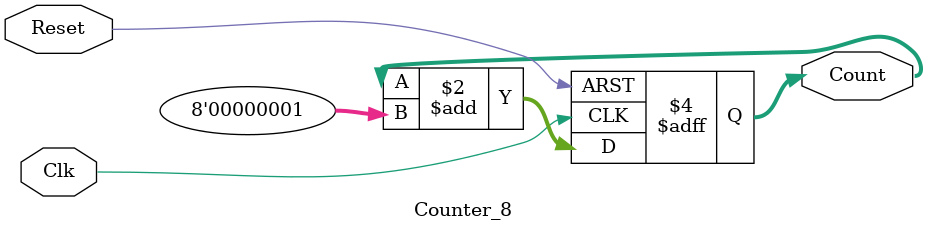
<source format=v>
module Counter_8 (
    input Clk, Reset,
    output reg[7:0] Count
);
    initial begin
        Count = 7'b0;
    end
    
    always @(posedge Clk or posedge Reset) begin
        if (Reset) begin
            Count[7:0] = 8'b0;
        end else begin
            Count[7:0] = Count[7:0] + 8'b1;
        end
    end
endmodule

</source>
